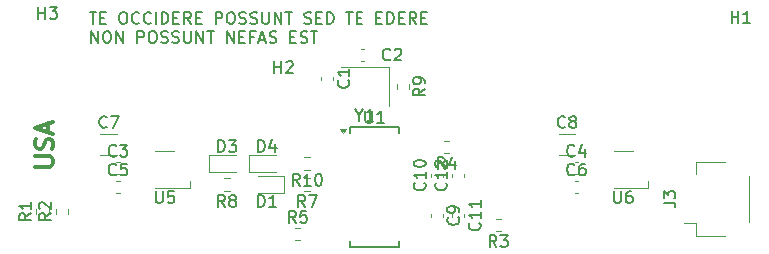
<source format=gbr>
%TF.GenerationSoftware,KiCad,Pcbnew,8.0.2*%
%TF.CreationDate,2025-12-10T20:43:24-08:00*%
%TF.ProjectId,USBHubV3,55534248-7562-4563-932e-6b696361645f,rev?*%
%TF.SameCoordinates,Original*%
%TF.FileFunction,Legend,Top*%
%TF.FilePolarity,Positive*%
%FSLAX46Y46*%
G04 Gerber Fmt 4.6, Leading zero omitted, Abs format (unit mm)*
G04 Created by KiCad (PCBNEW 8.0.2) date 2025-12-10 20:43:24*
%MOMM*%
%LPD*%
G01*
G04 APERTURE LIST*
%ADD10C,0.150000*%
%ADD11C,0.300000*%
%ADD12C,0.120000*%
G04 APERTURE END LIST*
D10*
X6383922Y-1189875D02*
X6955350Y-1189875D01*
X6669636Y-2189875D02*
X6669636Y-1189875D01*
X7288684Y-1666065D02*
X7622017Y-1666065D01*
X7764874Y-2189875D02*
X7288684Y-2189875D01*
X7288684Y-2189875D02*
X7288684Y-1189875D01*
X7288684Y-1189875D02*
X7764874Y-1189875D01*
X9145827Y-1189875D02*
X9336303Y-1189875D01*
X9336303Y-1189875D02*
X9431541Y-1237494D01*
X9431541Y-1237494D02*
X9526779Y-1332732D01*
X9526779Y-1332732D02*
X9574398Y-1523208D01*
X9574398Y-1523208D02*
X9574398Y-1856541D01*
X9574398Y-1856541D02*
X9526779Y-2047017D01*
X9526779Y-2047017D02*
X9431541Y-2142256D01*
X9431541Y-2142256D02*
X9336303Y-2189875D01*
X9336303Y-2189875D02*
X9145827Y-2189875D01*
X9145827Y-2189875D02*
X9050589Y-2142256D01*
X9050589Y-2142256D02*
X8955351Y-2047017D01*
X8955351Y-2047017D02*
X8907732Y-1856541D01*
X8907732Y-1856541D02*
X8907732Y-1523208D01*
X8907732Y-1523208D02*
X8955351Y-1332732D01*
X8955351Y-1332732D02*
X9050589Y-1237494D01*
X9050589Y-1237494D02*
X9145827Y-1189875D01*
X10574398Y-2094636D02*
X10526779Y-2142256D01*
X10526779Y-2142256D02*
X10383922Y-2189875D01*
X10383922Y-2189875D02*
X10288684Y-2189875D01*
X10288684Y-2189875D02*
X10145827Y-2142256D01*
X10145827Y-2142256D02*
X10050589Y-2047017D01*
X10050589Y-2047017D02*
X10002970Y-1951779D01*
X10002970Y-1951779D02*
X9955351Y-1761303D01*
X9955351Y-1761303D02*
X9955351Y-1618446D01*
X9955351Y-1618446D02*
X10002970Y-1427970D01*
X10002970Y-1427970D02*
X10050589Y-1332732D01*
X10050589Y-1332732D02*
X10145827Y-1237494D01*
X10145827Y-1237494D02*
X10288684Y-1189875D01*
X10288684Y-1189875D02*
X10383922Y-1189875D01*
X10383922Y-1189875D02*
X10526779Y-1237494D01*
X10526779Y-1237494D02*
X10574398Y-1285113D01*
X11574398Y-2094636D02*
X11526779Y-2142256D01*
X11526779Y-2142256D02*
X11383922Y-2189875D01*
X11383922Y-2189875D02*
X11288684Y-2189875D01*
X11288684Y-2189875D02*
X11145827Y-2142256D01*
X11145827Y-2142256D02*
X11050589Y-2047017D01*
X11050589Y-2047017D02*
X11002970Y-1951779D01*
X11002970Y-1951779D02*
X10955351Y-1761303D01*
X10955351Y-1761303D02*
X10955351Y-1618446D01*
X10955351Y-1618446D02*
X11002970Y-1427970D01*
X11002970Y-1427970D02*
X11050589Y-1332732D01*
X11050589Y-1332732D02*
X11145827Y-1237494D01*
X11145827Y-1237494D02*
X11288684Y-1189875D01*
X11288684Y-1189875D02*
X11383922Y-1189875D01*
X11383922Y-1189875D02*
X11526779Y-1237494D01*
X11526779Y-1237494D02*
X11574398Y-1285113D01*
X12002970Y-2189875D02*
X12002970Y-1189875D01*
X12479160Y-2189875D02*
X12479160Y-1189875D01*
X12479160Y-1189875D02*
X12717255Y-1189875D01*
X12717255Y-1189875D02*
X12860112Y-1237494D01*
X12860112Y-1237494D02*
X12955350Y-1332732D01*
X12955350Y-1332732D02*
X13002969Y-1427970D01*
X13002969Y-1427970D02*
X13050588Y-1618446D01*
X13050588Y-1618446D02*
X13050588Y-1761303D01*
X13050588Y-1761303D02*
X13002969Y-1951779D01*
X13002969Y-1951779D02*
X12955350Y-2047017D01*
X12955350Y-2047017D02*
X12860112Y-2142256D01*
X12860112Y-2142256D02*
X12717255Y-2189875D01*
X12717255Y-2189875D02*
X12479160Y-2189875D01*
X13479160Y-1666065D02*
X13812493Y-1666065D01*
X13955350Y-2189875D02*
X13479160Y-2189875D01*
X13479160Y-2189875D02*
X13479160Y-1189875D01*
X13479160Y-1189875D02*
X13955350Y-1189875D01*
X14955350Y-2189875D02*
X14622017Y-1713684D01*
X14383922Y-2189875D02*
X14383922Y-1189875D01*
X14383922Y-1189875D02*
X14764874Y-1189875D01*
X14764874Y-1189875D02*
X14860112Y-1237494D01*
X14860112Y-1237494D02*
X14907731Y-1285113D01*
X14907731Y-1285113D02*
X14955350Y-1380351D01*
X14955350Y-1380351D02*
X14955350Y-1523208D01*
X14955350Y-1523208D02*
X14907731Y-1618446D01*
X14907731Y-1618446D02*
X14860112Y-1666065D01*
X14860112Y-1666065D02*
X14764874Y-1713684D01*
X14764874Y-1713684D02*
X14383922Y-1713684D01*
X15383922Y-1666065D02*
X15717255Y-1666065D01*
X15860112Y-2189875D02*
X15383922Y-2189875D01*
X15383922Y-2189875D02*
X15383922Y-1189875D01*
X15383922Y-1189875D02*
X15860112Y-1189875D01*
X17050589Y-2189875D02*
X17050589Y-1189875D01*
X17050589Y-1189875D02*
X17431541Y-1189875D01*
X17431541Y-1189875D02*
X17526779Y-1237494D01*
X17526779Y-1237494D02*
X17574398Y-1285113D01*
X17574398Y-1285113D02*
X17622017Y-1380351D01*
X17622017Y-1380351D02*
X17622017Y-1523208D01*
X17622017Y-1523208D02*
X17574398Y-1618446D01*
X17574398Y-1618446D02*
X17526779Y-1666065D01*
X17526779Y-1666065D02*
X17431541Y-1713684D01*
X17431541Y-1713684D02*
X17050589Y-1713684D01*
X18241065Y-1189875D02*
X18431541Y-1189875D01*
X18431541Y-1189875D02*
X18526779Y-1237494D01*
X18526779Y-1237494D02*
X18622017Y-1332732D01*
X18622017Y-1332732D02*
X18669636Y-1523208D01*
X18669636Y-1523208D02*
X18669636Y-1856541D01*
X18669636Y-1856541D02*
X18622017Y-2047017D01*
X18622017Y-2047017D02*
X18526779Y-2142256D01*
X18526779Y-2142256D02*
X18431541Y-2189875D01*
X18431541Y-2189875D02*
X18241065Y-2189875D01*
X18241065Y-2189875D02*
X18145827Y-2142256D01*
X18145827Y-2142256D02*
X18050589Y-2047017D01*
X18050589Y-2047017D02*
X18002970Y-1856541D01*
X18002970Y-1856541D02*
X18002970Y-1523208D01*
X18002970Y-1523208D02*
X18050589Y-1332732D01*
X18050589Y-1332732D02*
X18145827Y-1237494D01*
X18145827Y-1237494D02*
X18241065Y-1189875D01*
X19050589Y-2142256D02*
X19193446Y-2189875D01*
X19193446Y-2189875D02*
X19431541Y-2189875D01*
X19431541Y-2189875D02*
X19526779Y-2142256D01*
X19526779Y-2142256D02*
X19574398Y-2094636D01*
X19574398Y-2094636D02*
X19622017Y-1999398D01*
X19622017Y-1999398D02*
X19622017Y-1904160D01*
X19622017Y-1904160D02*
X19574398Y-1808922D01*
X19574398Y-1808922D02*
X19526779Y-1761303D01*
X19526779Y-1761303D02*
X19431541Y-1713684D01*
X19431541Y-1713684D02*
X19241065Y-1666065D01*
X19241065Y-1666065D02*
X19145827Y-1618446D01*
X19145827Y-1618446D02*
X19098208Y-1570827D01*
X19098208Y-1570827D02*
X19050589Y-1475589D01*
X19050589Y-1475589D02*
X19050589Y-1380351D01*
X19050589Y-1380351D02*
X19098208Y-1285113D01*
X19098208Y-1285113D02*
X19145827Y-1237494D01*
X19145827Y-1237494D02*
X19241065Y-1189875D01*
X19241065Y-1189875D02*
X19479160Y-1189875D01*
X19479160Y-1189875D02*
X19622017Y-1237494D01*
X20002970Y-2142256D02*
X20145827Y-2189875D01*
X20145827Y-2189875D02*
X20383922Y-2189875D01*
X20383922Y-2189875D02*
X20479160Y-2142256D01*
X20479160Y-2142256D02*
X20526779Y-2094636D01*
X20526779Y-2094636D02*
X20574398Y-1999398D01*
X20574398Y-1999398D02*
X20574398Y-1904160D01*
X20574398Y-1904160D02*
X20526779Y-1808922D01*
X20526779Y-1808922D02*
X20479160Y-1761303D01*
X20479160Y-1761303D02*
X20383922Y-1713684D01*
X20383922Y-1713684D02*
X20193446Y-1666065D01*
X20193446Y-1666065D02*
X20098208Y-1618446D01*
X20098208Y-1618446D02*
X20050589Y-1570827D01*
X20050589Y-1570827D02*
X20002970Y-1475589D01*
X20002970Y-1475589D02*
X20002970Y-1380351D01*
X20002970Y-1380351D02*
X20050589Y-1285113D01*
X20050589Y-1285113D02*
X20098208Y-1237494D01*
X20098208Y-1237494D02*
X20193446Y-1189875D01*
X20193446Y-1189875D02*
X20431541Y-1189875D01*
X20431541Y-1189875D02*
X20574398Y-1237494D01*
X21002970Y-1189875D02*
X21002970Y-1999398D01*
X21002970Y-1999398D02*
X21050589Y-2094636D01*
X21050589Y-2094636D02*
X21098208Y-2142256D01*
X21098208Y-2142256D02*
X21193446Y-2189875D01*
X21193446Y-2189875D02*
X21383922Y-2189875D01*
X21383922Y-2189875D02*
X21479160Y-2142256D01*
X21479160Y-2142256D02*
X21526779Y-2094636D01*
X21526779Y-2094636D02*
X21574398Y-1999398D01*
X21574398Y-1999398D02*
X21574398Y-1189875D01*
X22050589Y-2189875D02*
X22050589Y-1189875D01*
X22050589Y-1189875D02*
X22622017Y-2189875D01*
X22622017Y-2189875D02*
X22622017Y-1189875D01*
X22955351Y-1189875D02*
X23526779Y-1189875D01*
X23241065Y-2189875D02*
X23241065Y-1189875D01*
X24574399Y-2142256D02*
X24717256Y-2189875D01*
X24717256Y-2189875D02*
X24955351Y-2189875D01*
X24955351Y-2189875D02*
X25050589Y-2142256D01*
X25050589Y-2142256D02*
X25098208Y-2094636D01*
X25098208Y-2094636D02*
X25145827Y-1999398D01*
X25145827Y-1999398D02*
X25145827Y-1904160D01*
X25145827Y-1904160D02*
X25098208Y-1808922D01*
X25098208Y-1808922D02*
X25050589Y-1761303D01*
X25050589Y-1761303D02*
X24955351Y-1713684D01*
X24955351Y-1713684D02*
X24764875Y-1666065D01*
X24764875Y-1666065D02*
X24669637Y-1618446D01*
X24669637Y-1618446D02*
X24622018Y-1570827D01*
X24622018Y-1570827D02*
X24574399Y-1475589D01*
X24574399Y-1475589D02*
X24574399Y-1380351D01*
X24574399Y-1380351D02*
X24622018Y-1285113D01*
X24622018Y-1285113D02*
X24669637Y-1237494D01*
X24669637Y-1237494D02*
X24764875Y-1189875D01*
X24764875Y-1189875D02*
X25002970Y-1189875D01*
X25002970Y-1189875D02*
X25145827Y-1237494D01*
X25574399Y-1666065D02*
X25907732Y-1666065D01*
X26050589Y-2189875D02*
X25574399Y-2189875D01*
X25574399Y-2189875D02*
X25574399Y-1189875D01*
X25574399Y-1189875D02*
X26050589Y-1189875D01*
X26479161Y-2189875D02*
X26479161Y-1189875D01*
X26479161Y-1189875D02*
X26717256Y-1189875D01*
X26717256Y-1189875D02*
X26860113Y-1237494D01*
X26860113Y-1237494D02*
X26955351Y-1332732D01*
X26955351Y-1332732D02*
X27002970Y-1427970D01*
X27002970Y-1427970D02*
X27050589Y-1618446D01*
X27050589Y-1618446D02*
X27050589Y-1761303D01*
X27050589Y-1761303D02*
X27002970Y-1951779D01*
X27002970Y-1951779D02*
X26955351Y-2047017D01*
X26955351Y-2047017D02*
X26860113Y-2142256D01*
X26860113Y-2142256D02*
X26717256Y-2189875D01*
X26717256Y-2189875D02*
X26479161Y-2189875D01*
X28098209Y-1189875D02*
X28669637Y-1189875D01*
X28383923Y-2189875D02*
X28383923Y-1189875D01*
X29002971Y-1666065D02*
X29336304Y-1666065D01*
X29479161Y-2189875D02*
X29002971Y-2189875D01*
X29002971Y-2189875D02*
X29002971Y-1189875D01*
X29002971Y-1189875D02*
X29479161Y-1189875D01*
X30669638Y-1666065D02*
X31002971Y-1666065D01*
X31145828Y-2189875D02*
X30669638Y-2189875D01*
X30669638Y-2189875D02*
X30669638Y-1189875D01*
X30669638Y-1189875D02*
X31145828Y-1189875D01*
X31574400Y-2189875D02*
X31574400Y-1189875D01*
X31574400Y-1189875D02*
X31812495Y-1189875D01*
X31812495Y-1189875D02*
X31955352Y-1237494D01*
X31955352Y-1237494D02*
X32050590Y-1332732D01*
X32050590Y-1332732D02*
X32098209Y-1427970D01*
X32098209Y-1427970D02*
X32145828Y-1618446D01*
X32145828Y-1618446D02*
X32145828Y-1761303D01*
X32145828Y-1761303D02*
X32098209Y-1951779D01*
X32098209Y-1951779D02*
X32050590Y-2047017D01*
X32050590Y-2047017D02*
X31955352Y-2142256D01*
X31955352Y-2142256D02*
X31812495Y-2189875D01*
X31812495Y-2189875D02*
X31574400Y-2189875D01*
X32574400Y-1666065D02*
X32907733Y-1666065D01*
X33050590Y-2189875D02*
X32574400Y-2189875D01*
X32574400Y-2189875D02*
X32574400Y-1189875D01*
X32574400Y-1189875D02*
X33050590Y-1189875D01*
X34050590Y-2189875D02*
X33717257Y-1713684D01*
X33479162Y-2189875D02*
X33479162Y-1189875D01*
X33479162Y-1189875D02*
X33860114Y-1189875D01*
X33860114Y-1189875D02*
X33955352Y-1237494D01*
X33955352Y-1237494D02*
X34002971Y-1285113D01*
X34002971Y-1285113D02*
X34050590Y-1380351D01*
X34050590Y-1380351D02*
X34050590Y-1523208D01*
X34050590Y-1523208D02*
X34002971Y-1618446D01*
X34002971Y-1618446D02*
X33955352Y-1666065D01*
X33955352Y-1666065D02*
X33860114Y-1713684D01*
X33860114Y-1713684D02*
X33479162Y-1713684D01*
X34479162Y-1666065D02*
X34812495Y-1666065D01*
X34955352Y-2189875D02*
X34479162Y-2189875D01*
X34479162Y-2189875D02*
X34479162Y-1189875D01*
X34479162Y-1189875D02*
X34955352Y-1189875D01*
X6526779Y-3799819D02*
X6526779Y-2799819D01*
X6526779Y-2799819D02*
X7098207Y-3799819D01*
X7098207Y-3799819D02*
X7098207Y-2799819D01*
X7764874Y-2799819D02*
X7955350Y-2799819D01*
X7955350Y-2799819D02*
X8050588Y-2847438D01*
X8050588Y-2847438D02*
X8145826Y-2942676D01*
X8145826Y-2942676D02*
X8193445Y-3133152D01*
X8193445Y-3133152D02*
X8193445Y-3466485D01*
X8193445Y-3466485D02*
X8145826Y-3656961D01*
X8145826Y-3656961D02*
X8050588Y-3752200D01*
X8050588Y-3752200D02*
X7955350Y-3799819D01*
X7955350Y-3799819D02*
X7764874Y-3799819D01*
X7764874Y-3799819D02*
X7669636Y-3752200D01*
X7669636Y-3752200D02*
X7574398Y-3656961D01*
X7574398Y-3656961D02*
X7526779Y-3466485D01*
X7526779Y-3466485D02*
X7526779Y-3133152D01*
X7526779Y-3133152D02*
X7574398Y-2942676D01*
X7574398Y-2942676D02*
X7669636Y-2847438D01*
X7669636Y-2847438D02*
X7764874Y-2799819D01*
X8622017Y-3799819D02*
X8622017Y-2799819D01*
X8622017Y-2799819D02*
X9193445Y-3799819D01*
X9193445Y-3799819D02*
X9193445Y-2799819D01*
X10431541Y-3799819D02*
X10431541Y-2799819D01*
X10431541Y-2799819D02*
X10812493Y-2799819D01*
X10812493Y-2799819D02*
X10907731Y-2847438D01*
X10907731Y-2847438D02*
X10955350Y-2895057D01*
X10955350Y-2895057D02*
X11002969Y-2990295D01*
X11002969Y-2990295D02*
X11002969Y-3133152D01*
X11002969Y-3133152D02*
X10955350Y-3228390D01*
X10955350Y-3228390D02*
X10907731Y-3276009D01*
X10907731Y-3276009D02*
X10812493Y-3323628D01*
X10812493Y-3323628D02*
X10431541Y-3323628D01*
X11622017Y-2799819D02*
X11812493Y-2799819D01*
X11812493Y-2799819D02*
X11907731Y-2847438D01*
X11907731Y-2847438D02*
X12002969Y-2942676D01*
X12002969Y-2942676D02*
X12050588Y-3133152D01*
X12050588Y-3133152D02*
X12050588Y-3466485D01*
X12050588Y-3466485D02*
X12002969Y-3656961D01*
X12002969Y-3656961D02*
X11907731Y-3752200D01*
X11907731Y-3752200D02*
X11812493Y-3799819D01*
X11812493Y-3799819D02*
X11622017Y-3799819D01*
X11622017Y-3799819D02*
X11526779Y-3752200D01*
X11526779Y-3752200D02*
X11431541Y-3656961D01*
X11431541Y-3656961D02*
X11383922Y-3466485D01*
X11383922Y-3466485D02*
X11383922Y-3133152D01*
X11383922Y-3133152D02*
X11431541Y-2942676D01*
X11431541Y-2942676D02*
X11526779Y-2847438D01*
X11526779Y-2847438D02*
X11622017Y-2799819D01*
X12431541Y-3752200D02*
X12574398Y-3799819D01*
X12574398Y-3799819D02*
X12812493Y-3799819D01*
X12812493Y-3799819D02*
X12907731Y-3752200D01*
X12907731Y-3752200D02*
X12955350Y-3704580D01*
X12955350Y-3704580D02*
X13002969Y-3609342D01*
X13002969Y-3609342D02*
X13002969Y-3514104D01*
X13002969Y-3514104D02*
X12955350Y-3418866D01*
X12955350Y-3418866D02*
X12907731Y-3371247D01*
X12907731Y-3371247D02*
X12812493Y-3323628D01*
X12812493Y-3323628D02*
X12622017Y-3276009D01*
X12622017Y-3276009D02*
X12526779Y-3228390D01*
X12526779Y-3228390D02*
X12479160Y-3180771D01*
X12479160Y-3180771D02*
X12431541Y-3085533D01*
X12431541Y-3085533D02*
X12431541Y-2990295D01*
X12431541Y-2990295D02*
X12479160Y-2895057D01*
X12479160Y-2895057D02*
X12526779Y-2847438D01*
X12526779Y-2847438D02*
X12622017Y-2799819D01*
X12622017Y-2799819D02*
X12860112Y-2799819D01*
X12860112Y-2799819D02*
X13002969Y-2847438D01*
X13383922Y-3752200D02*
X13526779Y-3799819D01*
X13526779Y-3799819D02*
X13764874Y-3799819D01*
X13764874Y-3799819D02*
X13860112Y-3752200D01*
X13860112Y-3752200D02*
X13907731Y-3704580D01*
X13907731Y-3704580D02*
X13955350Y-3609342D01*
X13955350Y-3609342D02*
X13955350Y-3514104D01*
X13955350Y-3514104D02*
X13907731Y-3418866D01*
X13907731Y-3418866D02*
X13860112Y-3371247D01*
X13860112Y-3371247D02*
X13764874Y-3323628D01*
X13764874Y-3323628D02*
X13574398Y-3276009D01*
X13574398Y-3276009D02*
X13479160Y-3228390D01*
X13479160Y-3228390D02*
X13431541Y-3180771D01*
X13431541Y-3180771D02*
X13383922Y-3085533D01*
X13383922Y-3085533D02*
X13383922Y-2990295D01*
X13383922Y-2990295D02*
X13431541Y-2895057D01*
X13431541Y-2895057D02*
X13479160Y-2847438D01*
X13479160Y-2847438D02*
X13574398Y-2799819D01*
X13574398Y-2799819D02*
X13812493Y-2799819D01*
X13812493Y-2799819D02*
X13955350Y-2847438D01*
X14383922Y-2799819D02*
X14383922Y-3609342D01*
X14383922Y-3609342D02*
X14431541Y-3704580D01*
X14431541Y-3704580D02*
X14479160Y-3752200D01*
X14479160Y-3752200D02*
X14574398Y-3799819D01*
X14574398Y-3799819D02*
X14764874Y-3799819D01*
X14764874Y-3799819D02*
X14860112Y-3752200D01*
X14860112Y-3752200D02*
X14907731Y-3704580D01*
X14907731Y-3704580D02*
X14955350Y-3609342D01*
X14955350Y-3609342D02*
X14955350Y-2799819D01*
X15431541Y-3799819D02*
X15431541Y-2799819D01*
X15431541Y-2799819D02*
X16002969Y-3799819D01*
X16002969Y-3799819D02*
X16002969Y-2799819D01*
X16336303Y-2799819D02*
X16907731Y-2799819D01*
X16622017Y-3799819D02*
X16622017Y-2799819D01*
X18002970Y-3799819D02*
X18002970Y-2799819D01*
X18002970Y-2799819D02*
X18574398Y-3799819D01*
X18574398Y-3799819D02*
X18574398Y-2799819D01*
X19050589Y-3276009D02*
X19383922Y-3276009D01*
X19526779Y-3799819D02*
X19050589Y-3799819D01*
X19050589Y-3799819D02*
X19050589Y-2799819D01*
X19050589Y-2799819D02*
X19526779Y-2799819D01*
X20288684Y-3276009D02*
X19955351Y-3276009D01*
X19955351Y-3799819D02*
X19955351Y-2799819D01*
X19955351Y-2799819D02*
X20431541Y-2799819D01*
X20764875Y-3514104D02*
X21241065Y-3514104D01*
X20669637Y-3799819D02*
X21002970Y-2799819D01*
X21002970Y-2799819D02*
X21336303Y-3799819D01*
X21622018Y-3752200D02*
X21764875Y-3799819D01*
X21764875Y-3799819D02*
X22002970Y-3799819D01*
X22002970Y-3799819D02*
X22098208Y-3752200D01*
X22098208Y-3752200D02*
X22145827Y-3704580D01*
X22145827Y-3704580D02*
X22193446Y-3609342D01*
X22193446Y-3609342D02*
X22193446Y-3514104D01*
X22193446Y-3514104D02*
X22145827Y-3418866D01*
X22145827Y-3418866D02*
X22098208Y-3371247D01*
X22098208Y-3371247D02*
X22002970Y-3323628D01*
X22002970Y-3323628D02*
X21812494Y-3276009D01*
X21812494Y-3276009D02*
X21717256Y-3228390D01*
X21717256Y-3228390D02*
X21669637Y-3180771D01*
X21669637Y-3180771D02*
X21622018Y-3085533D01*
X21622018Y-3085533D02*
X21622018Y-2990295D01*
X21622018Y-2990295D02*
X21669637Y-2895057D01*
X21669637Y-2895057D02*
X21717256Y-2847438D01*
X21717256Y-2847438D02*
X21812494Y-2799819D01*
X21812494Y-2799819D02*
X22050589Y-2799819D01*
X22050589Y-2799819D02*
X22193446Y-2847438D01*
X23383923Y-3276009D02*
X23717256Y-3276009D01*
X23860113Y-3799819D02*
X23383923Y-3799819D01*
X23383923Y-3799819D02*
X23383923Y-2799819D01*
X23383923Y-2799819D02*
X23860113Y-2799819D01*
X24241066Y-3752200D02*
X24383923Y-3799819D01*
X24383923Y-3799819D02*
X24622018Y-3799819D01*
X24622018Y-3799819D02*
X24717256Y-3752200D01*
X24717256Y-3752200D02*
X24764875Y-3704580D01*
X24764875Y-3704580D02*
X24812494Y-3609342D01*
X24812494Y-3609342D02*
X24812494Y-3514104D01*
X24812494Y-3514104D02*
X24764875Y-3418866D01*
X24764875Y-3418866D02*
X24717256Y-3371247D01*
X24717256Y-3371247D02*
X24622018Y-3323628D01*
X24622018Y-3323628D02*
X24431542Y-3276009D01*
X24431542Y-3276009D02*
X24336304Y-3228390D01*
X24336304Y-3228390D02*
X24288685Y-3180771D01*
X24288685Y-3180771D02*
X24241066Y-3085533D01*
X24241066Y-3085533D02*
X24241066Y-2990295D01*
X24241066Y-2990295D02*
X24288685Y-2895057D01*
X24288685Y-2895057D02*
X24336304Y-2847438D01*
X24336304Y-2847438D02*
X24431542Y-2799819D01*
X24431542Y-2799819D02*
X24669637Y-2799819D01*
X24669637Y-2799819D02*
X24812494Y-2847438D01*
X25098209Y-2799819D02*
X25669637Y-2799819D01*
X25383923Y-3799819D02*
X25383923Y-2799819D01*
D11*
X1800828Y-14265489D02*
X3015114Y-14265489D01*
X3015114Y-14265489D02*
X3157971Y-14194060D01*
X3157971Y-14194060D02*
X3229400Y-14122632D01*
X3229400Y-14122632D02*
X3300828Y-13979774D01*
X3300828Y-13979774D02*
X3300828Y-13694060D01*
X3300828Y-13694060D02*
X3229400Y-13551203D01*
X3229400Y-13551203D02*
X3157971Y-13479774D01*
X3157971Y-13479774D02*
X3015114Y-13408346D01*
X3015114Y-13408346D02*
X1800828Y-13408346D01*
X3229400Y-12765488D02*
X3300828Y-12551203D01*
X3300828Y-12551203D02*
X3300828Y-12194060D01*
X3300828Y-12194060D02*
X3229400Y-12051203D01*
X3229400Y-12051203D02*
X3157971Y-11979774D01*
X3157971Y-11979774D02*
X3015114Y-11908345D01*
X3015114Y-11908345D02*
X2872257Y-11908345D01*
X2872257Y-11908345D02*
X2729400Y-11979774D01*
X2729400Y-11979774D02*
X2657971Y-12051203D01*
X2657971Y-12051203D02*
X2586542Y-12194060D01*
X2586542Y-12194060D02*
X2515114Y-12479774D01*
X2515114Y-12479774D02*
X2443685Y-12622631D01*
X2443685Y-12622631D02*
X2372257Y-12694060D01*
X2372257Y-12694060D02*
X2229400Y-12765488D01*
X2229400Y-12765488D02*
X2086542Y-12765488D01*
X2086542Y-12765488D02*
X1943685Y-12694060D01*
X1943685Y-12694060D02*
X1872257Y-12622631D01*
X1872257Y-12622631D02*
X1800828Y-12479774D01*
X1800828Y-12479774D02*
X1800828Y-12122631D01*
X1800828Y-12122631D02*
X1872257Y-11908345D01*
X2872257Y-11336917D02*
X2872257Y-10622632D01*
X3300828Y-11479774D02*
X1800828Y-10979774D01*
X1800828Y-10979774D02*
X3300828Y-10479774D01*
D10*
X34784819Y-7666666D02*
X34308628Y-7999999D01*
X34784819Y-8238094D02*
X33784819Y-8238094D01*
X33784819Y-8238094D02*
X33784819Y-7857142D01*
X33784819Y-7857142D02*
X33832438Y-7761904D01*
X33832438Y-7761904D02*
X33880057Y-7714285D01*
X33880057Y-7714285D02*
X33975295Y-7666666D01*
X33975295Y-7666666D02*
X34118152Y-7666666D01*
X34118152Y-7666666D02*
X34213390Y-7714285D01*
X34213390Y-7714285D02*
X34261009Y-7761904D01*
X34261009Y-7761904D02*
X34308628Y-7857142D01*
X34308628Y-7857142D02*
X34308628Y-8238094D01*
X34784819Y-7190475D02*
X34784819Y-6999999D01*
X34784819Y-6999999D02*
X34737200Y-6904761D01*
X34737200Y-6904761D02*
X34689580Y-6857142D01*
X34689580Y-6857142D02*
X34546723Y-6761904D01*
X34546723Y-6761904D02*
X34356247Y-6714285D01*
X34356247Y-6714285D02*
X33975295Y-6714285D01*
X33975295Y-6714285D02*
X33880057Y-6761904D01*
X33880057Y-6761904D02*
X33832438Y-6809523D01*
X33832438Y-6809523D02*
X33784819Y-6904761D01*
X33784819Y-6904761D02*
X33784819Y-7095237D01*
X33784819Y-7095237D02*
X33832438Y-7190475D01*
X33832438Y-7190475D02*
X33880057Y-7238094D01*
X33880057Y-7238094D02*
X33975295Y-7285713D01*
X33975295Y-7285713D02*
X34213390Y-7285713D01*
X34213390Y-7285713D02*
X34308628Y-7238094D01*
X34308628Y-7238094D02*
X34356247Y-7190475D01*
X34356247Y-7190475D02*
X34403866Y-7095237D01*
X34403866Y-7095237D02*
X34403866Y-6904761D01*
X34403866Y-6904761D02*
X34356247Y-6809523D01*
X34356247Y-6809523D02*
X34308628Y-6761904D01*
X34308628Y-6761904D02*
X34213390Y-6714285D01*
X28289580Y-6966666D02*
X28337200Y-7014285D01*
X28337200Y-7014285D02*
X28384819Y-7157142D01*
X28384819Y-7157142D02*
X28384819Y-7252380D01*
X28384819Y-7252380D02*
X28337200Y-7395237D01*
X28337200Y-7395237D02*
X28241961Y-7490475D01*
X28241961Y-7490475D02*
X28146723Y-7538094D01*
X28146723Y-7538094D02*
X27956247Y-7585713D01*
X27956247Y-7585713D02*
X27813390Y-7585713D01*
X27813390Y-7585713D02*
X27622914Y-7538094D01*
X27622914Y-7538094D02*
X27527676Y-7490475D01*
X27527676Y-7490475D02*
X27432438Y-7395237D01*
X27432438Y-7395237D02*
X27384819Y-7252380D01*
X27384819Y-7252380D02*
X27384819Y-7157142D01*
X27384819Y-7157142D02*
X27432438Y-7014285D01*
X27432438Y-7014285D02*
X27480057Y-6966666D01*
X28384819Y-6014285D02*
X28384819Y-6585713D01*
X28384819Y-6299999D02*
X27384819Y-6299999D01*
X27384819Y-6299999D02*
X27527676Y-6395237D01*
X27527676Y-6395237D02*
X27622914Y-6490475D01*
X27622914Y-6490475D02*
X27670533Y-6585713D01*
X29223809Y-9928628D02*
X29223809Y-10404819D01*
X28890476Y-9404819D02*
X29223809Y-9928628D01*
X29223809Y-9928628D02*
X29557142Y-9404819D01*
X30414285Y-10404819D02*
X29842857Y-10404819D01*
X30128571Y-10404819D02*
X30128571Y-9404819D01*
X30128571Y-9404819D02*
X30033333Y-9547676D01*
X30033333Y-9547676D02*
X29938095Y-9642914D01*
X29938095Y-9642914D02*
X29842857Y-9690533D01*
X36433333Y-14484819D02*
X36100000Y-14008628D01*
X35861905Y-14484819D02*
X35861905Y-13484819D01*
X35861905Y-13484819D02*
X36242857Y-13484819D01*
X36242857Y-13484819D02*
X36338095Y-13532438D01*
X36338095Y-13532438D02*
X36385714Y-13580057D01*
X36385714Y-13580057D02*
X36433333Y-13675295D01*
X36433333Y-13675295D02*
X36433333Y-13818152D01*
X36433333Y-13818152D02*
X36385714Y-13913390D01*
X36385714Y-13913390D02*
X36338095Y-13961009D01*
X36338095Y-13961009D02*
X36242857Y-14008628D01*
X36242857Y-14008628D02*
X35861905Y-14008628D01*
X37290476Y-13818152D02*
X37290476Y-14484819D01*
X37052381Y-13437200D02*
X36814286Y-14151485D01*
X36814286Y-14151485D02*
X37433333Y-14151485D01*
X24633333Y-17684819D02*
X24300000Y-17208628D01*
X24061905Y-17684819D02*
X24061905Y-16684819D01*
X24061905Y-16684819D02*
X24442857Y-16684819D01*
X24442857Y-16684819D02*
X24538095Y-16732438D01*
X24538095Y-16732438D02*
X24585714Y-16780057D01*
X24585714Y-16780057D02*
X24633333Y-16875295D01*
X24633333Y-16875295D02*
X24633333Y-17018152D01*
X24633333Y-17018152D02*
X24585714Y-17113390D01*
X24585714Y-17113390D02*
X24538095Y-17161009D01*
X24538095Y-17161009D02*
X24442857Y-17208628D01*
X24442857Y-17208628D02*
X24061905Y-17208628D01*
X24966667Y-16684819D02*
X25633333Y-16684819D01*
X25633333Y-16684819D02*
X25204762Y-17684819D01*
X1424819Y-18236666D02*
X948628Y-18569999D01*
X1424819Y-18808094D02*
X424819Y-18808094D01*
X424819Y-18808094D02*
X424819Y-18427142D01*
X424819Y-18427142D02*
X472438Y-18331904D01*
X472438Y-18331904D02*
X520057Y-18284285D01*
X520057Y-18284285D02*
X615295Y-18236666D01*
X615295Y-18236666D02*
X758152Y-18236666D01*
X758152Y-18236666D02*
X853390Y-18284285D01*
X853390Y-18284285D02*
X901009Y-18331904D01*
X901009Y-18331904D02*
X948628Y-18427142D01*
X948628Y-18427142D02*
X948628Y-18808094D01*
X1424819Y-17284285D02*
X1424819Y-17855713D01*
X1424819Y-17569999D02*
X424819Y-17569999D01*
X424819Y-17569999D02*
X567676Y-17665237D01*
X567676Y-17665237D02*
X662914Y-17760475D01*
X662914Y-17760475D02*
X710533Y-17855713D01*
X29738095Y-9554819D02*
X29738095Y-10364342D01*
X29738095Y-10364342D02*
X29785714Y-10459580D01*
X29785714Y-10459580D02*
X29833333Y-10507200D01*
X29833333Y-10507200D02*
X29928571Y-10554819D01*
X29928571Y-10554819D02*
X30119047Y-10554819D01*
X30119047Y-10554819D02*
X30214285Y-10507200D01*
X30214285Y-10507200D02*
X30261904Y-10459580D01*
X30261904Y-10459580D02*
X30309523Y-10364342D01*
X30309523Y-10364342D02*
X30309523Y-9554819D01*
X31309523Y-10554819D02*
X30738095Y-10554819D01*
X31023809Y-10554819D02*
X31023809Y-9554819D01*
X31023809Y-9554819D02*
X30928571Y-9697676D01*
X30928571Y-9697676D02*
X30833333Y-9792914D01*
X30833333Y-9792914D02*
X30738095Y-9840533D01*
X47433333Y-13329580D02*
X47385714Y-13377200D01*
X47385714Y-13377200D02*
X47242857Y-13424819D01*
X47242857Y-13424819D02*
X47147619Y-13424819D01*
X47147619Y-13424819D02*
X47004762Y-13377200D01*
X47004762Y-13377200D02*
X46909524Y-13281961D01*
X46909524Y-13281961D02*
X46861905Y-13186723D01*
X46861905Y-13186723D02*
X46814286Y-12996247D01*
X46814286Y-12996247D02*
X46814286Y-12853390D01*
X46814286Y-12853390D02*
X46861905Y-12662914D01*
X46861905Y-12662914D02*
X46909524Y-12567676D01*
X46909524Y-12567676D02*
X47004762Y-12472438D01*
X47004762Y-12472438D02*
X47147619Y-12424819D01*
X47147619Y-12424819D02*
X47242857Y-12424819D01*
X47242857Y-12424819D02*
X47385714Y-12472438D01*
X47385714Y-12472438D02*
X47433333Y-12520057D01*
X48290476Y-12758152D02*
X48290476Y-13424819D01*
X48052381Y-12377200D02*
X47814286Y-13091485D01*
X47814286Y-13091485D02*
X48433333Y-13091485D01*
X39389580Y-19042857D02*
X39437200Y-19090476D01*
X39437200Y-19090476D02*
X39484819Y-19233333D01*
X39484819Y-19233333D02*
X39484819Y-19328571D01*
X39484819Y-19328571D02*
X39437200Y-19471428D01*
X39437200Y-19471428D02*
X39341961Y-19566666D01*
X39341961Y-19566666D02*
X39246723Y-19614285D01*
X39246723Y-19614285D02*
X39056247Y-19661904D01*
X39056247Y-19661904D02*
X38913390Y-19661904D01*
X38913390Y-19661904D02*
X38722914Y-19614285D01*
X38722914Y-19614285D02*
X38627676Y-19566666D01*
X38627676Y-19566666D02*
X38532438Y-19471428D01*
X38532438Y-19471428D02*
X38484819Y-19328571D01*
X38484819Y-19328571D02*
X38484819Y-19233333D01*
X38484819Y-19233333D02*
X38532438Y-19090476D01*
X38532438Y-19090476D02*
X38580057Y-19042857D01*
X39484819Y-18090476D02*
X39484819Y-18661904D01*
X39484819Y-18376190D02*
X38484819Y-18376190D01*
X38484819Y-18376190D02*
X38627676Y-18471428D01*
X38627676Y-18471428D02*
X38722914Y-18566666D01*
X38722914Y-18566666D02*
X38770533Y-18661904D01*
X39484819Y-17138095D02*
X39484819Y-17709523D01*
X39484819Y-17423809D02*
X38484819Y-17423809D01*
X38484819Y-17423809D02*
X38627676Y-17519047D01*
X38627676Y-17519047D02*
X38722914Y-17614285D01*
X38722914Y-17614285D02*
X38770533Y-17709523D01*
X11988095Y-16354819D02*
X11988095Y-17164342D01*
X11988095Y-17164342D02*
X12035714Y-17259580D01*
X12035714Y-17259580D02*
X12083333Y-17307200D01*
X12083333Y-17307200D02*
X12178571Y-17354819D01*
X12178571Y-17354819D02*
X12369047Y-17354819D01*
X12369047Y-17354819D02*
X12464285Y-17307200D01*
X12464285Y-17307200D02*
X12511904Y-17259580D01*
X12511904Y-17259580D02*
X12559523Y-17164342D01*
X12559523Y-17164342D02*
X12559523Y-16354819D01*
X13511904Y-16354819D02*
X13035714Y-16354819D01*
X13035714Y-16354819D02*
X12988095Y-16831009D01*
X12988095Y-16831009D02*
X13035714Y-16783390D01*
X13035714Y-16783390D02*
X13130952Y-16735771D01*
X13130952Y-16735771D02*
X13369047Y-16735771D01*
X13369047Y-16735771D02*
X13464285Y-16783390D01*
X13464285Y-16783390D02*
X13511904Y-16831009D01*
X13511904Y-16831009D02*
X13559523Y-16926247D01*
X13559523Y-16926247D02*
X13559523Y-17164342D01*
X13559523Y-17164342D02*
X13511904Y-17259580D01*
X13511904Y-17259580D02*
X13464285Y-17307200D01*
X13464285Y-17307200D02*
X13369047Y-17354819D01*
X13369047Y-17354819D02*
X13130952Y-17354819D01*
X13130952Y-17354819D02*
X13035714Y-17307200D01*
X13035714Y-17307200D02*
X12988095Y-17259580D01*
X47433333Y-14929580D02*
X47385714Y-14977200D01*
X47385714Y-14977200D02*
X47242857Y-15024819D01*
X47242857Y-15024819D02*
X47147619Y-15024819D01*
X47147619Y-15024819D02*
X47004762Y-14977200D01*
X47004762Y-14977200D02*
X46909524Y-14881961D01*
X46909524Y-14881961D02*
X46861905Y-14786723D01*
X46861905Y-14786723D02*
X46814286Y-14596247D01*
X46814286Y-14596247D02*
X46814286Y-14453390D01*
X46814286Y-14453390D02*
X46861905Y-14262914D01*
X46861905Y-14262914D02*
X46909524Y-14167676D01*
X46909524Y-14167676D02*
X47004762Y-14072438D01*
X47004762Y-14072438D02*
X47147619Y-14024819D01*
X47147619Y-14024819D02*
X47242857Y-14024819D01*
X47242857Y-14024819D02*
X47385714Y-14072438D01*
X47385714Y-14072438D02*
X47433333Y-14120057D01*
X48290476Y-14024819D02*
X48100000Y-14024819D01*
X48100000Y-14024819D02*
X48004762Y-14072438D01*
X48004762Y-14072438D02*
X47957143Y-14120057D01*
X47957143Y-14120057D02*
X47861905Y-14262914D01*
X47861905Y-14262914D02*
X47814286Y-14453390D01*
X47814286Y-14453390D02*
X47814286Y-14834342D01*
X47814286Y-14834342D02*
X47861905Y-14929580D01*
X47861905Y-14929580D02*
X47909524Y-14977200D01*
X47909524Y-14977200D02*
X48004762Y-15024819D01*
X48004762Y-15024819D02*
X48195238Y-15024819D01*
X48195238Y-15024819D02*
X48290476Y-14977200D01*
X48290476Y-14977200D02*
X48338095Y-14929580D01*
X48338095Y-14929580D02*
X48385714Y-14834342D01*
X48385714Y-14834342D02*
X48385714Y-14596247D01*
X48385714Y-14596247D02*
X48338095Y-14501009D01*
X48338095Y-14501009D02*
X48290476Y-14453390D01*
X48290476Y-14453390D02*
X48195238Y-14405771D01*
X48195238Y-14405771D02*
X48004762Y-14405771D01*
X48004762Y-14405771D02*
X47909524Y-14453390D01*
X47909524Y-14453390D02*
X47861905Y-14501009D01*
X47861905Y-14501009D02*
X47814286Y-14596247D01*
X22038095Y-6354819D02*
X22038095Y-5354819D01*
X22038095Y-5831009D02*
X22609523Y-5831009D01*
X22609523Y-6354819D02*
X22609523Y-5354819D01*
X23038095Y-5450057D02*
X23085714Y-5402438D01*
X23085714Y-5402438D02*
X23180952Y-5354819D01*
X23180952Y-5354819D02*
X23419047Y-5354819D01*
X23419047Y-5354819D02*
X23514285Y-5402438D01*
X23514285Y-5402438D02*
X23561904Y-5450057D01*
X23561904Y-5450057D02*
X23609523Y-5545295D01*
X23609523Y-5545295D02*
X23609523Y-5640533D01*
X23609523Y-5640533D02*
X23561904Y-5783390D01*
X23561904Y-5783390D02*
X22990476Y-6354819D01*
X22990476Y-6354819D02*
X23609523Y-6354819D01*
X60738095Y-2104819D02*
X60738095Y-1104819D01*
X60738095Y-1581009D02*
X61309523Y-1581009D01*
X61309523Y-2104819D02*
X61309523Y-1104819D01*
X62309523Y-2104819D02*
X61738095Y-2104819D01*
X62023809Y-2104819D02*
X62023809Y-1104819D01*
X62023809Y-1104819D02*
X61928571Y-1247676D01*
X61928571Y-1247676D02*
X61833333Y-1342914D01*
X61833333Y-1342914D02*
X61738095Y-1390533D01*
X46633333Y-10909580D02*
X46585714Y-10957200D01*
X46585714Y-10957200D02*
X46442857Y-11004819D01*
X46442857Y-11004819D02*
X46347619Y-11004819D01*
X46347619Y-11004819D02*
X46204762Y-10957200D01*
X46204762Y-10957200D02*
X46109524Y-10861961D01*
X46109524Y-10861961D02*
X46061905Y-10766723D01*
X46061905Y-10766723D02*
X46014286Y-10576247D01*
X46014286Y-10576247D02*
X46014286Y-10433390D01*
X46014286Y-10433390D02*
X46061905Y-10242914D01*
X46061905Y-10242914D02*
X46109524Y-10147676D01*
X46109524Y-10147676D02*
X46204762Y-10052438D01*
X46204762Y-10052438D02*
X46347619Y-10004819D01*
X46347619Y-10004819D02*
X46442857Y-10004819D01*
X46442857Y-10004819D02*
X46585714Y-10052438D01*
X46585714Y-10052438D02*
X46633333Y-10100057D01*
X47204762Y-10433390D02*
X47109524Y-10385771D01*
X47109524Y-10385771D02*
X47061905Y-10338152D01*
X47061905Y-10338152D02*
X47014286Y-10242914D01*
X47014286Y-10242914D02*
X47014286Y-10195295D01*
X47014286Y-10195295D02*
X47061905Y-10100057D01*
X47061905Y-10100057D02*
X47109524Y-10052438D01*
X47109524Y-10052438D02*
X47204762Y-10004819D01*
X47204762Y-10004819D02*
X47395238Y-10004819D01*
X47395238Y-10004819D02*
X47490476Y-10052438D01*
X47490476Y-10052438D02*
X47538095Y-10100057D01*
X47538095Y-10100057D02*
X47585714Y-10195295D01*
X47585714Y-10195295D02*
X47585714Y-10242914D01*
X47585714Y-10242914D02*
X47538095Y-10338152D01*
X47538095Y-10338152D02*
X47490476Y-10385771D01*
X47490476Y-10385771D02*
X47395238Y-10433390D01*
X47395238Y-10433390D02*
X47204762Y-10433390D01*
X47204762Y-10433390D02*
X47109524Y-10481009D01*
X47109524Y-10481009D02*
X47061905Y-10528628D01*
X47061905Y-10528628D02*
X47014286Y-10623866D01*
X47014286Y-10623866D02*
X47014286Y-10814342D01*
X47014286Y-10814342D02*
X47061905Y-10909580D01*
X47061905Y-10909580D02*
X47109524Y-10957200D01*
X47109524Y-10957200D02*
X47204762Y-11004819D01*
X47204762Y-11004819D02*
X47395238Y-11004819D01*
X47395238Y-11004819D02*
X47490476Y-10957200D01*
X47490476Y-10957200D02*
X47538095Y-10909580D01*
X47538095Y-10909580D02*
X47585714Y-10814342D01*
X47585714Y-10814342D02*
X47585714Y-10623866D01*
X47585714Y-10623866D02*
X47538095Y-10528628D01*
X47538095Y-10528628D02*
X47490476Y-10481009D01*
X47490476Y-10481009D02*
X47395238Y-10433390D01*
X2038095Y-1754819D02*
X2038095Y-754819D01*
X2038095Y-1231009D02*
X2609523Y-1231009D01*
X2609523Y-1754819D02*
X2609523Y-754819D01*
X2990476Y-754819D02*
X3609523Y-754819D01*
X3609523Y-754819D02*
X3276190Y-1135771D01*
X3276190Y-1135771D02*
X3419047Y-1135771D01*
X3419047Y-1135771D02*
X3514285Y-1183390D01*
X3514285Y-1183390D02*
X3561904Y-1231009D01*
X3561904Y-1231009D02*
X3609523Y-1326247D01*
X3609523Y-1326247D02*
X3609523Y-1564342D01*
X3609523Y-1564342D02*
X3561904Y-1659580D01*
X3561904Y-1659580D02*
X3514285Y-1707200D01*
X3514285Y-1707200D02*
X3419047Y-1754819D01*
X3419047Y-1754819D02*
X3133333Y-1754819D01*
X3133333Y-1754819D02*
X3038095Y-1707200D01*
X3038095Y-1707200D02*
X2990476Y-1659580D01*
X3094819Y-18236666D02*
X2618628Y-18569999D01*
X3094819Y-18808094D02*
X2094819Y-18808094D01*
X2094819Y-18808094D02*
X2094819Y-18427142D01*
X2094819Y-18427142D02*
X2142438Y-18331904D01*
X2142438Y-18331904D02*
X2190057Y-18284285D01*
X2190057Y-18284285D02*
X2285295Y-18236666D01*
X2285295Y-18236666D02*
X2428152Y-18236666D01*
X2428152Y-18236666D02*
X2523390Y-18284285D01*
X2523390Y-18284285D02*
X2571009Y-18331904D01*
X2571009Y-18331904D02*
X2618628Y-18427142D01*
X2618628Y-18427142D02*
X2618628Y-18808094D01*
X2190057Y-17855713D02*
X2142438Y-17808094D01*
X2142438Y-17808094D02*
X2094819Y-17712856D01*
X2094819Y-17712856D02*
X2094819Y-17474761D01*
X2094819Y-17474761D02*
X2142438Y-17379523D01*
X2142438Y-17379523D02*
X2190057Y-17331904D01*
X2190057Y-17331904D02*
X2285295Y-17284285D01*
X2285295Y-17284285D02*
X2380533Y-17284285D01*
X2380533Y-17284285D02*
X2523390Y-17331904D01*
X2523390Y-17331904D02*
X3094819Y-17903332D01*
X3094819Y-17903332D02*
X3094819Y-17284285D01*
X8633333Y-13329580D02*
X8585714Y-13377200D01*
X8585714Y-13377200D02*
X8442857Y-13424819D01*
X8442857Y-13424819D02*
X8347619Y-13424819D01*
X8347619Y-13424819D02*
X8204762Y-13377200D01*
X8204762Y-13377200D02*
X8109524Y-13281961D01*
X8109524Y-13281961D02*
X8061905Y-13186723D01*
X8061905Y-13186723D02*
X8014286Y-12996247D01*
X8014286Y-12996247D02*
X8014286Y-12853390D01*
X8014286Y-12853390D02*
X8061905Y-12662914D01*
X8061905Y-12662914D02*
X8109524Y-12567676D01*
X8109524Y-12567676D02*
X8204762Y-12472438D01*
X8204762Y-12472438D02*
X8347619Y-12424819D01*
X8347619Y-12424819D02*
X8442857Y-12424819D01*
X8442857Y-12424819D02*
X8585714Y-12472438D01*
X8585714Y-12472438D02*
X8633333Y-12520057D01*
X8966667Y-12424819D02*
X9585714Y-12424819D01*
X9585714Y-12424819D02*
X9252381Y-12805771D01*
X9252381Y-12805771D02*
X9395238Y-12805771D01*
X9395238Y-12805771D02*
X9490476Y-12853390D01*
X9490476Y-12853390D02*
X9538095Y-12901009D01*
X9538095Y-12901009D02*
X9585714Y-12996247D01*
X9585714Y-12996247D02*
X9585714Y-13234342D01*
X9585714Y-13234342D02*
X9538095Y-13329580D01*
X9538095Y-13329580D02*
X9490476Y-13377200D01*
X9490476Y-13377200D02*
X9395238Y-13424819D01*
X9395238Y-13424819D02*
X9109524Y-13424819D01*
X9109524Y-13424819D02*
X9014286Y-13377200D01*
X9014286Y-13377200D02*
X8966667Y-13329580D01*
X54974819Y-17333333D02*
X55689104Y-17333333D01*
X55689104Y-17333333D02*
X55831961Y-17380952D01*
X55831961Y-17380952D02*
X55927200Y-17476190D01*
X55927200Y-17476190D02*
X55974819Y-17619047D01*
X55974819Y-17619047D02*
X55974819Y-17714285D01*
X54974819Y-16952380D02*
X54974819Y-16333333D01*
X54974819Y-16333333D02*
X55355771Y-16666666D01*
X55355771Y-16666666D02*
X55355771Y-16523809D01*
X55355771Y-16523809D02*
X55403390Y-16428571D01*
X55403390Y-16428571D02*
X55451009Y-16380952D01*
X55451009Y-16380952D02*
X55546247Y-16333333D01*
X55546247Y-16333333D02*
X55784342Y-16333333D01*
X55784342Y-16333333D02*
X55879580Y-16380952D01*
X55879580Y-16380952D02*
X55927200Y-16428571D01*
X55927200Y-16428571D02*
X55974819Y-16523809D01*
X55974819Y-16523809D02*
X55974819Y-16809523D01*
X55974819Y-16809523D02*
X55927200Y-16904761D01*
X55927200Y-16904761D02*
X55879580Y-16952380D01*
X34729580Y-15642857D02*
X34777200Y-15690476D01*
X34777200Y-15690476D02*
X34824819Y-15833333D01*
X34824819Y-15833333D02*
X34824819Y-15928571D01*
X34824819Y-15928571D02*
X34777200Y-16071428D01*
X34777200Y-16071428D02*
X34681961Y-16166666D01*
X34681961Y-16166666D02*
X34586723Y-16214285D01*
X34586723Y-16214285D02*
X34396247Y-16261904D01*
X34396247Y-16261904D02*
X34253390Y-16261904D01*
X34253390Y-16261904D02*
X34062914Y-16214285D01*
X34062914Y-16214285D02*
X33967676Y-16166666D01*
X33967676Y-16166666D02*
X33872438Y-16071428D01*
X33872438Y-16071428D02*
X33824819Y-15928571D01*
X33824819Y-15928571D02*
X33824819Y-15833333D01*
X33824819Y-15833333D02*
X33872438Y-15690476D01*
X33872438Y-15690476D02*
X33920057Y-15642857D01*
X34824819Y-14690476D02*
X34824819Y-15261904D01*
X34824819Y-14976190D02*
X33824819Y-14976190D01*
X33824819Y-14976190D02*
X33967676Y-15071428D01*
X33967676Y-15071428D02*
X34062914Y-15166666D01*
X34062914Y-15166666D02*
X34110533Y-15261904D01*
X33824819Y-14071428D02*
X33824819Y-13976190D01*
X33824819Y-13976190D02*
X33872438Y-13880952D01*
X33872438Y-13880952D02*
X33920057Y-13833333D01*
X33920057Y-13833333D02*
X34015295Y-13785714D01*
X34015295Y-13785714D02*
X34205771Y-13738095D01*
X34205771Y-13738095D02*
X34443866Y-13738095D01*
X34443866Y-13738095D02*
X34634342Y-13785714D01*
X34634342Y-13785714D02*
X34729580Y-13833333D01*
X34729580Y-13833333D02*
X34777200Y-13880952D01*
X34777200Y-13880952D02*
X34824819Y-13976190D01*
X34824819Y-13976190D02*
X34824819Y-14071428D01*
X34824819Y-14071428D02*
X34777200Y-14166666D01*
X34777200Y-14166666D02*
X34729580Y-14214285D01*
X34729580Y-14214285D02*
X34634342Y-14261904D01*
X34634342Y-14261904D02*
X34443866Y-14309523D01*
X34443866Y-14309523D02*
X34205771Y-14309523D01*
X34205771Y-14309523D02*
X34015295Y-14261904D01*
X34015295Y-14261904D02*
X33920057Y-14214285D01*
X33920057Y-14214285D02*
X33872438Y-14166666D01*
X33872438Y-14166666D02*
X33824819Y-14071428D01*
X36529580Y-15642857D02*
X36577200Y-15690476D01*
X36577200Y-15690476D02*
X36624819Y-15833333D01*
X36624819Y-15833333D02*
X36624819Y-15928571D01*
X36624819Y-15928571D02*
X36577200Y-16071428D01*
X36577200Y-16071428D02*
X36481961Y-16166666D01*
X36481961Y-16166666D02*
X36386723Y-16214285D01*
X36386723Y-16214285D02*
X36196247Y-16261904D01*
X36196247Y-16261904D02*
X36053390Y-16261904D01*
X36053390Y-16261904D02*
X35862914Y-16214285D01*
X35862914Y-16214285D02*
X35767676Y-16166666D01*
X35767676Y-16166666D02*
X35672438Y-16071428D01*
X35672438Y-16071428D02*
X35624819Y-15928571D01*
X35624819Y-15928571D02*
X35624819Y-15833333D01*
X35624819Y-15833333D02*
X35672438Y-15690476D01*
X35672438Y-15690476D02*
X35720057Y-15642857D01*
X36624819Y-14690476D02*
X36624819Y-15261904D01*
X36624819Y-14976190D02*
X35624819Y-14976190D01*
X35624819Y-14976190D02*
X35767676Y-15071428D01*
X35767676Y-15071428D02*
X35862914Y-15166666D01*
X35862914Y-15166666D02*
X35910533Y-15261904D01*
X35720057Y-14309523D02*
X35672438Y-14261904D01*
X35672438Y-14261904D02*
X35624819Y-14166666D01*
X35624819Y-14166666D02*
X35624819Y-13928571D01*
X35624819Y-13928571D02*
X35672438Y-13833333D01*
X35672438Y-13833333D02*
X35720057Y-13785714D01*
X35720057Y-13785714D02*
X35815295Y-13738095D01*
X35815295Y-13738095D02*
X35910533Y-13738095D01*
X35910533Y-13738095D02*
X36053390Y-13785714D01*
X36053390Y-13785714D02*
X36624819Y-14357142D01*
X36624819Y-14357142D02*
X36624819Y-13738095D01*
X8633333Y-14929580D02*
X8585714Y-14977200D01*
X8585714Y-14977200D02*
X8442857Y-15024819D01*
X8442857Y-15024819D02*
X8347619Y-15024819D01*
X8347619Y-15024819D02*
X8204762Y-14977200D01*
X8204762Y-14977200D02*
X8109524Y-14881961D01*
X8109524Y-14881961D02*
X8061905Y-14786723D01*
X8061905Y-14786723D02*
X8014286Y-14596247D01*
X8014286Y-14596247D02*
X8014286Y-14453390D01*
X8014286Y-14453390D02*
X8061905Y-14262914D01*
X8061905Y-14262914D02*
X8109524Y-14167676D01*
X8109524Y-14167676D02*
X8204762Y-14072438D01*
X8204762Y-14072438D02*
X8347619Y-14024819D01*
X8347619Y-14024819D02*
X8442857Y-14024819D01*
X8442857Y-14024819D02*
X8585714Y-14072438D01*
X8585714Y-14072438D02*
X8633333Y-14120057D01*
X9538095Y-14024819D02*
X9061905Y-14024819D01*
X9061905Y-14024819D02*
X9014286Y-14501009D01*
X9014286Y-14501009D02*
X9061905Y-14453390D01*
X9061905Y-14453390D02*
X9157143Y-14405771D01*
X9157143Y-14405771D02*
X9395238Y-14405771D01*
X9395238Y-14405771D02*
X9490476Y-14453390D01*
X9490476Y-14453390D02*
X9538095Y-14501009D01*
X9538095Y-14501009D02*
X9585714Y-14596247D01*
X9585714Y-14596247D02*
X9585714Y-14834342D01*
X9585714Y-14834342D02*
X9538095Y-14929580D01*
X9538095Y-14929580D02*
X9490476Y-14977200D01*
X9490476Y-14977200D02*
X9395238Y-15024819D01*
X9395238Y-15024819D02*
X9157143Y-15024819D01*
X9157143Y-15024819D02*
X9061905Y-14977200D01*
X9061905Y-14977200D02*
X9014286Y-14929580D01*
X17833333Y-17684819D02*
X17500000Y-17208628D01*
X17261905Y-17684819D02*
X17261905Y-16684819D01*
X17261905Y-16684819D02*
X17642857Y-16684819D01*
X17642857Y-16684819D02*
X17738095Y-16732438D01*
X17738095Y-16732438D02*
X17785714Y-16780057D01*
X17785714Y-16780057D02*
X17833333Y-16875295D01*
X17833333Y-16875295D02*
X17833333Y-17018152D01*
X17833333Y-17018152D02*
X17785714Y-17113390D01*
X17785714Y-17113390D02*
X17738095Y-17161009D01*
X17738095Y-17161009D02*
X17642857Y-17208628D01*
X17642857Y-17208628D02*
X17261905Y-17208628D01*
X18404762Y-17113390D02*
X18309524Y-17065771D01*
X18309524Y-17065771D02*
X18261905Y-17018152D01*
X18261905Y-17018152D02*
X18214286Y-16922914D01*
X18214286Y-16922914D02*
X18214286Y-16875295D01*
X18214286Y-16875295D02*
X18261905Y-16780057D01*
X18261905Y-16780057D02*
X18309524Y-16732438D01*
X18309524Y-16732438D02*
X18404762Y-16684819D01*
X18404762Y-16684819D02*
X18595238Y-16684819D01*
X18595238Y-16684819D02*
X18690476Y-16732438D01*
X18690476Y-16732438D02*
X18738095Y-16780057D01*
X18738095Y-16780057D02*
X18785714Y-16875295D01*
X18785714Y-16875295D02*
X18785714Y-16922914D01*
X18785714Y-16922914D02*
X18738095Y-17018152D01*
X18738095Y-17018152D02*
X18690476Y-17065771D01*
X18690476Y-17065771D02*
X18595238Y-17113390D01*
X18595238Y-17113390D02*
X18404762Y-17113390D01*
X18404762Y-17113390D02*
X18309524Y-17161009D01*
X18309524Y-17161009D02*
X18261905Y-17208628D01*
X18261905Y-17208628D02*
X18214286Y-17303866D01*
X18214286Y-17303866D02*
X18214286Y-17494342D01*
X18214286Y-17494342D02*
X18261905Y-17589580D01*
X18261905Y-17589580D02*
X18309524Y-17637200D01*
X18309524Y-17637200D02*
X18404762Y-17684819D01*
X18404762Y-17684819D02*
X18595238Y-17684819D01*
X18595238Y-17684819D02*
X18690476Y-17637200D01*
X18690476Y-17637200D02*
X18738095Y-17589580D01*
X18738095Y-17589580D02*
X18785714Y-17494342D01*
X18785714Y-17494342D02*
X18785714Y-17303866D01*
X18785714Y-17303866D02*
X18738095Y-17208628D01*
X18738095Y-17208628D02*
X18690476Y-17161009D01*
X18690476Y-17161009D02*
X18595238Y-17113390D01*
X7833333Y-10909580D02*
X7785714Y-10957200D01*
X7785714Y-10957200D02*
X7642857Y-11004819D01*
X7642857Y-11004819D02*
X7547619Y-11004819D01*
X7547619Y-11004819D02*
X7404762Y-10957200D01*
X7404762Y-10957200D02*
X7309524Y-10861961D01*
X7309524Y-10861961D02*
X7261905Y-10766723D01*
X7261905Y-10766723D02*
X7214286Y-10576247D01*
X7214286Y-10576247D02*
X7214286Y-10433390D01*
X7214286Y-10433390D02*
X7261905Y-10242914D01*
X7261905Y-10242914D02*
X7309524Y-10147676D01*
X7309524Y-10147676D02*
X7404762Y-10052438D01*
X7404762Y-10052438D02*
X7547619Y-10004819D01*
X7547619Y-10004819D02*
X7642857Y-10004819D01*
X7642857Y-10004819D02*
X7785714Y-10052438D01*
X7785714Y-10052438D02*
X7833333Y-10100057D01*
X8166667Y-10004819D02*
X8833333Y-10004819D01*
X8833333Y-10004819D02*
X8404762Y-11004819D01*
X40833333Y-21084819D02*
X40500000Y-20608628D01*
X40261905Y-21084819D02*
X40261905Y-20084819D01*
X40261905Y-20084819D02*
X40642857Y-20084819D01*
X40642857Y-20084819D02*
X40738095Y-20132438D01*
X40738095Y-20132438D02*
X40785714Y-20180057D01*
X40785714Y-20180057D02*
X40833333Y-20275295D01*
X40833333Y-20275295D02*
X40833333Y-20418152D01*
X40833333Y-20418152D02*
X40785714Y-20513390D01*
X40785714Y-20513390D02*
X40738095Y-20561009D01*
X40738095Y-20561009D02*
X40642857Y-20608628D01*
X40642857Y-20608628D02*
X40261905Y-20608628D01*
X41166667Y-20084819D02*
X41785714Y-20084819D01*
X41785714Y-20084819D02*
X41452381Y-20465771D01*
X41452381Y-20465771D02*
X41595238Y-20465771D01*
X41595238Y-20465771D02*
X41690476Y-20513390D01*
X41690476Y-20513390D02*
X41738095Y-20561009D01*
X41738095Y-20561009D02*
X41785714Y-20656247D01*
X41785714Y-20656247D02*
X41785714Y-20894342D01*
X41785714Y-20894342D02*
X41738095Y-20989580D01*
X41738095Y-20989580D02*
X41690476Y-21037200D01*
X41690476Y-21037200D02*
X41595238Y-21084819D01*
X41595238Y-21084819D02*
X41309524Y-21084819D01*
X41309524Y-21084819D02*
X41214286Y-21037200D01*
X41214286Y-21037200D02*
X41166667Y-20989580D01*
X23833333Y-19024819D02*
X23500000Y-18548628D01*
X23261905Y-19024819D02*
X23261905Y-18024819D01*
X23261905Y-18024819D02*
X23642857Y-18024819D01*
X23642857Y-18024819D02*
X23738095Y-18072438D01*
X23738095Y-18072438D02*
X23785714Y-18120057D01*
X23785714Y-18120057D02*
X23833333Y-18215295D01*
X23833333Y-18215295D02*
X23833333Y-18358152D01*
X23833333Y-18358152D02*
X23785714Y-18453390D01*
X23785714Y-18453390D02*
X23738095Y-18501009D01*
X23738095Y-18501009D02*
X23642857Y-18548628D01*
X23642857Y-18548628D02*
X23261905Y-18548628D01*
X24738095Y-18024819D02*
X24261905Y-18024819D01*
X24261905Y-18024819D02*
X24214286Y-18501009D01*
X24214286Y-18501009D02*
X24261905Y-18453390D01*
X24261905Y-18453390D02*
X24357143Y-18405771D01*
X24357143Y-18405771D02*
X24595238Y-18405771D01*
X24595238Y-18405771D02*
X24690476Y-18453390D01*
X24690476Y-18453390D02*
X24738095Y-18501009D01*
X24738095Y-18501009D02*
X24785714Y-18596247D01*
X24785714Y-18596247D02*
X24785714Y-18834342D01*
X24785714Y-18834342D02*
X24738095Y-18929580D01*
X24738095Y-18929580D02*
X24690476Y-18977200D01*
X24690476Y-18977200D02*
X24595238Y-19024819D01*
X24595238Y-19024819D02*
X24357143Y-19024819D01*
X24357143Y-19024819D02*
X24261905Y-18977200D01*
X24261905Y-18977200D02*
X24214286Y-18929580D01*
X20661905Y-17684819D02*
X20661905Y-16684819D01*
X20661905Y-16684819D02*
X20900000Y-16684819D01*
X20900000Y-16684819D02*
X21042857Y-16732438D01*
X21042857Y-16732438D02*
X21138095Y-16827676D01*
X21138095Y-16827676D02*
X21185714Y-16922914D01*
X21185714Y-16922914D02*
X21233333Y-17113390D01*
X21233333Y-17113390D02*
X21233333Y-17256247D01*
X21233333Y-17256247D02*
X21185714Y-17446723D01*
X21185714Y-17446723D02*
X21138095Y-17541961D01*
X21138095Y-17541961D02*
X21042857Y-17637200D01*
X21042857Y-17637200D02*
X20900000Y-17684819D01*
X20900000Y-17684819D02*
X20661905Y-17684819D01*
X22185714Y-17684819D02*
X21614286Y-17684819D01*
X21900000Y-17684819D02*
X21900000Y-16684819D01*
X21900000Y-16684819D02*
X21804762Y-16827676D01*
X21804762Y-16827676D02*
X21709524Y-16922914D01*
X21709524Y-16922914D02*
X21614286Y-16970533D01*
X20661905Y-13024819D02*
X20661905Y-12024819D01*
X20661905Y-12024819D02*
X20900000Y-12024819D01*
X20900000Y-12024819D02*
X21042857Y-12072438D01*
X21042857Y-12072438D02*
X21138095Y-12167676D01*
X21138095Y-12167676D02*
X21185714Y-12262914D01*
X21185714Y-12262914D02*
X21233333Y-12453390D01*
X21233333Y-12453390D02*
X21233333Y-12596247D01*
X21233333Y-12596247D02*
X21185714Y-12786723D01*
X21185714Y-12786723D02*
X21138095Y-12881961D01*
X21138095Y-12881961D02*
X21042857Y-12977200D01*
X21042857Y-12977200D02*
X20900000Y-13024819D01*
X20900000Y-13024819D02*
X20661905Y-13024819D01*
X22090476Y-12358152D02*
X22090476Y-13024819D01*
X21852381Y-11977200D02*
X21614286Y-12691485D01*
X21614286Y-12691485D02*
X22233333Y-12691485D01*
X37589580Y-18566666D02*
X37637200Y-18614285D01*
X37637200Y-18614285D02*
X37684819Y-18757142D01*
X37684819Y-18757142D02*
X37684819Y-18852380D01*
X37684819Y-18852380D02*
X37637200Y-18995237D01*
X37637200Y-18995237D02*
X37541961Y-19090475D01*
X37541961Y-19090475D02*
X37446723Y-19138094D01*
X37446723Y-19138094D02*
X37256247Y-19185713D01*
X37256247Y-19185713D02*
X37113390Y-19185713D01*
X37113390Y-19185713D02*
X36922914Y-19138094D01*
X36922914Y-19138094D02*
X36827676Y-19090475D01*
X36827676Y-19090475D02*
X36732438Y-18995237D01*
X36732438Y-18995237D02*
X36684819Y-18852380D01*
X36684819Y-18852380D02*
X36684819Y-18757142D01*
X36684819Y-18757142D02*
X36732438Y-18614285D01*
X36732438Y-18614285D02*
X36780057Y-18566666D01*
X37684819Y-18090475D02*
X37684819Y-17899999D01*
X37684819Y-17899999D02*
X37637200Y-17804761D01*
X37637200Y-17804761D02*
X37589580Y-17757142D01*
X37589580Y-17757142D02*
X37446723Y-17661904D01*
X37446723Y-17661904D02*
X37256247Y-17614285D01*
X37256247Y-17614285D02*
X36875295Y-17614285D01*
X36875295Y-17614285D02*
X36780057Y-17661904D01*
X36780057Y-17661904D02*
X36732438Y-17709523D01*
X36732438Y-17709523D02*
X36684819Y-17804761D01*
X36684819Y-17804761D02*
X36684819Y-17995237D01*
X36684819Y-17995237D02*
X36732438Y-18090475D01*
X36732438Y-18090475D02*
X36780057Y-18138094D01*
X36780057Y-18138094D02*
X36875295Y-18185713D01*
X36875295Y-18185713D02*
X37113390Y-18185713D01*
X37113390Y-18185713D02*
X37208628Y-18138094D01*
X37208628Y-18138094D02*
X37256247Y-18090475D01*
X37256247Y-18090475D02*
X37303866Y-17995237D01*
X37303866Y-17995237D02*
X37303866Y-17804761D01*
X37303866Y-17804761D02*
X37256247Y-17709523D01*
X37256247Y-17709523D02*
X37208628Y-17661904D01*
X37208628Y-17661904D02*
X37113390Y-17614285D01*
X24157142Y-15884819D02*
X23823809Y-15408628D01*
X23585714Y-15884819D02*
X23585714Y-14884819D01*
X23585714Y-14884819D02*
X23966666Y-14884819D01*
X23966666Y-14884819D02*
X24061904Y-14932438D01*
X24061904Y-14932438D02*
X24109523Y-14980057D01*
X24109523Y-14980057D02*
X24157142Y-15075295D01*
X24157142Y-15075295D02*
X24157142Y-15218152D01*
X24157142Y-15218152D02*
X24109523Y-15313390D01*
X24109523Y-15313390D02*
X24061904Y-15361009D01*
X24061904Y-15361009D02*
X23966666Y-15408628D01*
X23966666Y-15408628D02*
X23585714Y-15408628D01*
X25109523Y-15884819D02*
X24538095Y-15884819D01*
X24823809Y-15884819D02*
X24823809Y-14884819D01*
X24823809Y-14884819D02*
X24728571Y-15027676D01*
X24728571Y-15027676D02*
X24633333Y-15122914D01*
X24633333Y-15122914D02*
X24538095Y-15170533D01*
X25728571Y-14884819D02*
X25823809Y-14884819D01*
X25823809Y-14884819D02*
X25919047Y-14932438D01*
X25919047Y-14932438D02*
X25966666Y-14980057D01*
X25966666Y-14980057D02*
X26014285Y-15075295D01*
X26014285Y-15075295D02*
X26061904Y-15265771D01*
X26061904Y-15265771D02*
X26061904Y-15503866D01*
X26061904Y-15503866D02*
X26014285Y-15694342D01*
X26014285Y-15694342D02*
X25966666Y-15789580D01*
X25966666Y-15789580D02*
X25919047Y-15837200D01*
X25919047Y-15837200D02*
X25823809Y-15884819D01*
X25823809Y-15884819D02*
X25728571Y-15884819D01*
X25728571Y-15884819D02*
X25633333Y-15837200D01*
X25633333Y-15837200D02*
X25585714Y-15789580D01*
X25585714Y-15789580D02*
X25538095Y-15694342D01*
X25538095Y-15694342D02*
X25490476Y-15503866D01*
X25490476Y-15503866D02*
X25490476Y-15265771D01*
X25490476Y-15265771D02*
X25538095Y-15075295D01*
X25538095Y-15075295D02*
X25585714Y-14980057D01*
X25585714Y-14980057D02*
X25633333Y-14932438D01*
X25633333Y-14932438D02*
X25728571Y-14884819D01*
X31833333Y-5189580D02*
X31785714Y-5237200D01*
X31785714Y-5237200D02*
X31642857Y-5284819D01*
X31642857Y-5284819D02*
X31547619Y-5284819D01*
X31547619Y-5284819D02*
X31404762Y-5237200D01*
X31404762Y-5237200D02*
X31309524Y-5141961D01*
X31309524Y-5141961D02*
X31261905Y-5046723D01*
X31261905Y-5046723D02*
X31214286Y-4856247D01*
X31214286Y-4856247D02*
X31214286Y-4713390D01*
X31214286Y-4713390D02*
X31261905Y-4522914D01*
X31261905Y-4522914D02*
X31309524Y-4427676D01*
X31309524Y-4427676D02*
X31404762Y-4332438D01*
X31404762Y-4332438D02*
X31547619Y-4284819D01*
X31547619Y-4284819D02*
X31642857Y-4284819D01*
X31642857Y-4284819D02*
X31785714Y-4332438D01*
X31785714Y-4332438D02*
X31833333Y-4380057D01*
X32214286Y-4380057D02*
X32261905Y-4332438D01*
X32261905Y-4332438D02*
X32357143Y-4284819D01*
X32357143Y-4284819D02*
X32595238Y-4284819D01*
X32595238Y-4284819D02*
X32690476Y-4332438D01*
X32690476Y-4332438D02*
X32738095Y-4380057D01*
X32738095Y-4380057D02*
X32785714Y-4475295D01*
X32785714Y-4475295D02*
X32785714Y-4570533D01*
X32785714Y-4570533D02*
X32738095Y-4713390D01*
X32738095Y-4713390D02*
X32166667Y-5284819D01*
X32166667Y-5284819D02*
X32785714Y-5284819D01*
X17261905Y-13024819D02*
X17261905Y-12024819D01*
X17261905Y-12024819D02*
X17500000Y-12024819D01*
X17500000Y-12024819D02*
X17642857Y-12072438D01*
X17642857Y-12072438D02*
X17738095Y-12167676D01*
X17738095Y-12167676D02*
X17785714Y-12262914D01*
X17785714Y-12262914D02*
X17833333Y-12453390D01*
X17833333Y-12453390D02*
X17833333Y-12596247D01*
X17833333Y-12596247D02*
X17785714Y-12786723D01*
X17785714Y-12786723D02*
X17738095Y-12881961D01*
X17738095Y-12881961D02*
X17642857Y-12977200D01*
X17642857Y-12977200D02*
X17500000Y-13024819D01*
X17500000Y-13024819D02*
X17261905Y-13024819D01*
X18166667Y-12024819D02*
X18785714Y-12024819D01*
X18785714Y-12024819D02*
X18452381Y-12405771D01*
X18452381Y-12405771D02*
X18595238Y-12405771D01*
X18595238Y-12405771D02*
X18690476Y-12453390D01*
X18690476Y-12453390D02*
X18738095Y-12501009D01*
X18738095Y-12501009D02*
X18785714Y-12596247D01*
X18785714Y-12596247D02*
X18785714Y-12834342D01*
X18785714Y-12834342D02*
X18738095Y-12929580D01*
X18738095Y-12929580D02*
X18690476Y-12977200D01*
X18690476Y-12977200D02*
X18595238Y-13024819D01*
X18595238Y-13024819D02*
X18309524Y-13024819D01*
X18309524Y-13024819D02*
X18214286Y-12977200D01*
X18214286Y-12977200D02*
X18166667Y-12929580D01*
X50788095Y-16354819D02*
X50788095Y-17164342D01*
X50788095Y-17164342D02*
X50835714Y-17259580D01*
X50835714Y-17259580D02*
X50883333Y-17307200D01*
X50883333Y-17307200D02*
X50978571Y-17354819D01*
X50978571Y-17354819D02*
X51169047Y-17354819D01*
X51169047Y-17354819D02*
X51264285Y-17307200D01*
X51264285Y-17307200D02*
X51311904Y-17259580D01*
X51311904Y-17259580D02*
X51359523Y-17164342D01*
X51359523Y-17164342D02*
X51359523Y-16354819D01*
X52264285Y-16354819D02*
X52073809Y-16354819D01*
X52073809Y-16354819D02*
X51978571Y-16402438D01*
X51978571Y-16402438D02*
X51930952Y-16450057D01*
X51930952Y-16450057D02*
X51835714Y-16592914D01*
X51835714Y-16592914D02*
X51788095Y-16783390D01*
X51788095Y-16783390D02*
X51788095Y-17164342D01*
X51788095Y-17164342D02*
X51835714Y-17259580D01*
X51835714Y-17259580D02*
X51883333Y-17307200D01*
X51883333Y-17307200D02*
X51978571Y-17354819D01*
X51978571Y-17354819D02*
X52169047Y-17354819D01*
X52169047Y-17354819D02*
X52264285Y-17307200D01*
X52264285Y-17307200D02*
X52311904Y-17259580D01*
X52311904Y-17259580D02*
X52359523Y-17164342D01*
X52359523Y-17164342D02*
X52359523Y-16926247D01*
X52359523Y-16926247D02*
X52311904Y-16831009D01*
X52311904Y-16831009D02*
X52264285Y-16783390D01*
X52264285Y-16783390D02*
X52169047Y-16735771D01*
X52169047Y-16735771D02*
X51978571Y-16735771D01*
X51978571Y-16735771D02*
X51883333Y-16783390D01*
X51883333Y-16783390D02*
X51835714Y-16831009D01*
X51835714Y-16831009D02*
X51788095Y-16926247D01*
D12*
%TO.C,R9*%
X32377500Y-7262742D02*
X32377500Y-7737258D01*
X33422500Y-7262742D02*
X33422500Y-7737258D01*
%TO.C,C1*%
X25990000Y-6659420D02*
X25990000Y-6940580D01*
X27010000Y-6659420D02*
X27010000Y-6940580D01*
%TO.C,Y1*%
X31700000Y-5850000D02*
X27700000Y-5850000D01*
X31700000Y-9150000D02*
X31700000Y-5850000D01*
%TO.C,R4*%
X36837258Y-12077500D02*
X36362742Y-12077500D01*
X36837258Y-13122500D02*
X36362742Y-13122500D01*
%TO.C,R7*%
X25037258Y-15277500D02*
X24562742Y-15277500D01*
X25037258Y-16322500D02*
X24562742Y-16322500D01*
%TO.C,R1*%
X1877500Y-18307258D02*
X1877500Y-17832742D01*
X2922500Y-18307258D02*
X2922500Y-17832742D01*
D10*
%TO.C,U1*%
X28425000Y-10920000D02*
X28425000Y-11400000D01*
X28425000Y-10920000D02*
X32575000Y-10920000D01*
X28425000Y-21080000D02*
X28425000Y-20600000D01*
X28425000Y-21080000D02*
X32575000Y-21080000D01*
X32575000Y-10920000D02*
X32575000Y-11400000D01*
X32575000Y-21080000D02*
X32575000Y-20600000D01*
D12*
X27862500Y-11400000D02*
X27622500Y-11070000D01*
X28102500Y-11070000D01*
X27862500Y-11400000D01*
G36*
X27862500Y-11400000D02*
G01*
X27622500Y-11070000D01*
X28102500Y-11070000D01*
X27862500Y-11400000D01*
G37*
%TO.C,C4*%
X47459420Y-13890000D02*
X47740580Y-13890000D01*
X47459420Y-14910000D02*
X47740580Y-14910000D01*
%TO.C,C11*%
X37090000Y-18259420D02*
X37090000Y-18540580D01*
X38110000Y-18259420D02*
X38110000Y-18540580D01*
%TO.C,U5*%
X12750000Y-12940000D02*
X11950000Y-12940000D01*
X12750000Y-12940000D02*
X13550000Y-12940000D01*
X14850000Y-15450000D02*
X14850000Y-16060000D01*
X14850000Y-16060000D02*
X11950000Y-16060000D01*
%TO.C,C6*%
X47459420Y-15490000D02*
X47740580Y-15490000D01*
X47459420Y-16510000D02*
X47740580Y-16510000D01*
%TO.C,C8*%
X46088748Y-11490000D02*
X47511252Y-11490000D01*
X46088748Y-13310000D02*
X47511252Y-13310000D01*
%TO.C,R2*%
X3547500Y-18307258D02*
X3547500Y-17832742D01*
X4592500Y-18307258D02*
X4592500Y-17832742D01*
%TO.C,C3*%
X8659420Y-13890000D02*
X8940580Y-13890000D01*
X8659420Y-14910000D02*
X8940580Y-14910000D01*
%TO.C,J3*%
X57715000Y-13890000D02*
X57715000Y-14940000D01*
X57715000Y-19060000D02*
X56725000Y-19060000D01*
X57715000Y-20110000D02*
X57715000Y-19060000D01*
X60215000Y-13890000D02*
X57715000Y-13890000D01*
X60215000Y-20110000D02*
X57715000Y-20110000D01*
X62185000Y-18940000D02*
X62185000Y-15060000D01*
%TO.C,C10*%
X35290000Y-15140580D02*
X35290000Y-14859420D01*
X36310000Y-15140580D02*
X36310000Y-14859420D01*
%TO.C,C12*%
X37090000Y-15140580D02*
X37090000Y-14859420D01*
X38110000Y-15140580D02*
X38110000Y-14859420D01*
%TO.C,C5*%
X8659420Y-15490000D02*
X8940580Y-15490000D01*
X8659420Y-16510000D02*
X8940580Y-16510000D01*
%TO.C,R8*%
X18237258Y-15277500D02*
X17762742Y-15277500D01*
X18237258Y-16322500D02*
X17762742Y-16322500D01*
%TO.C,C7*%
X7288748Y-11490000D02*
X8711252Y-11490000D01*
X7288748Y-13310000D02*
X8711252Y-13310000D01*
%TO.C,R3*%
X41237258Y-18677500D02*
X40762742Y-18677500D01*
X41237258Y-19722500D02*
X40762742Y-19722500D01*
%TO.C,R5*%
X23762742Y-19477500D02*
X24237258Y-19477500D01*
X23762742Y-20522500D02*
X24237258Y-20522500D01*
%TO.C,D1*%
X20600000Y-16535000D02*
X22885000Y-16535000D01*
X22885000Y-15065000D02*
X20600000Y-15065000D01*
X22885000Y-16535000D02*
X22885000Y-15065000D01*
%TO.C,D4*%
X19915000Y-13265000D02*
X19915000Y-14735000D01*
X19915000Y-14735000D02*
X22200000Y-14735000D01*
X22200000Y-13265000D02*
X19915000Y-13265000D01*
%TO.C,C9*%
X35290000Y-18259420D02*
X35290000Y-18540580D01*
X36310000Y-18259420D02*
X36310000Y-18540580D01*
%TO.C,R10*%
X25037258Y-13477500D02*
X24562742Y-13477500D01*
X25037258Y-14522500D02*
X24562742Y-14522500D01*
%TO.C,C2*%
X29334420Y-4290000D02*
X29615580Y-4290000D01*
X29334420Y-5310000D02*
X29615580Y-5310000D01*
%TO.C,D3*%
X16515000Y-13265000D02*
X16515000Y-14735000D01*
X16515000Y-14735000D02*
X18800000Y-14735000D01*
X18800000Y-13265000D02*
X16515000Y-13265000D01*
%TO.C,U6*%
X51550000Y-12940000D02*
X50750000Y-12940000D01*
X51550000Y-12940000D02*
X52350000Y-12940000D01*
X53650000Y-15450000D02*
X53650000Y-16060000D01*
X53650000Y-16060000D02*
X50750000Y-16060000D01*
%TD*%
M02*

</source>
